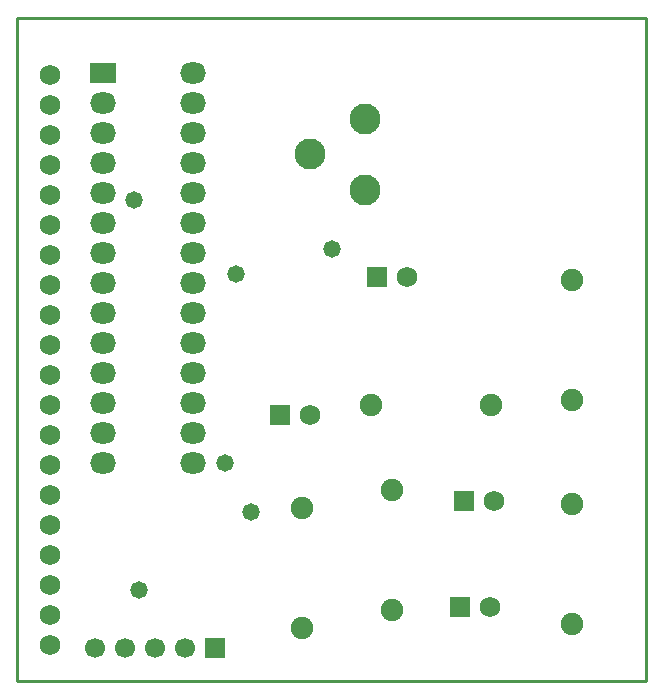
<source format=gbs>
G04 Layer_Color=8150272*
%FSLAX25Y25*%
%MOIN*%
G70*
G01*
G75*
%ADD16C,0.01000*%
%ADD21C,0.06693*%
%ADD36C,0.10300*%
%ADD37O,0.08674X0.07099*%
%ADD38R,0.08674X0.07099*%
%ADD39C,0.07493*%
%ADD40R,0.06800X0.06800*%
%ADD41C,0.06800*%
%ADD42R,0.06693X0.06693*%
%ADD43C,0.05800*%
D16*
X100000Y100000D02*
Y321000D01*
Y100000D02*
X309500D01*
Y321000D01*
X100000D02*
X309500D01*
D21*
X156000Y111000D02*
D03*
X146000D02*
D03*
X136000D02*
D03*
X126000D02*
D03*
D36*
X216000Y263689D02*
D03*
Y287311D02*
D03*
X197496Y275500D02*
D03*
D37*
X158500Y172500D02*
D03*
Y182500D02*
D03*
Y192500D02*
D03*
Y202500D02*
D03*
Y212500D02*
D03*
Y222500D02*
D03*
Y232500D02*
D03*
Y242500D02*
D03*
Y252500D02*
D03*
Y262500D02*
D03*
Y272500D02*
D03*
Y282500D02*
D03*
Y292500D02*
D03*
Y302500D02*
D03*
X128500Y172500D02*
D03*
Y182500D02*
D03*
Y192500D02*
D03*
Y202500D02*
D03*
Y212500D02*
D03*
Y222500D02*
D03*
Y232500D02*
D03*
Y242500D02*
D03*
Y252500D02*
D03*
Y262500D02*
D03*
Y272500D02*
D03*
Y282500D02*
D03*
Y292500D02*
D03*
D38*
Y302500D02*
D03*
D39*
X195000Y117500D02*
D03*
Y157500D02*
D03*
X285000Y193500D02*
D03*
Y233500D02*
D03*
X258000Y192000D02*
D03*
X218000D02*
D03*
X225000Y123500D02*
D03*
Y163500D02*
D03*
X285000Y119000D02*
D03*
Y159000D02*
D03*
D40*
X247500Y124500D02*
D03*
X249000Y160000D02*
D03*
X220000Y234500D02*
D03*
X187500Y188500D02*
D03*
D41*
X257500Y124500D02*
D03*
X259000Y160000D02*
D03*
X111000Y112000D02*
D03*
Y122000D02*
D03*
Y132000D02*
D03*
Y142000D02*
D03*
Y152000D02*
D03*
Y162000D02*
D03*
Y172000D02*
D03*
Y182000D02*
D03*
Y192000D02*
D03*
Y202000D02*
D03*
Y212000D02*
D03*
Y222000D02*
D03*
Y232000D02*
D03*
Y242000D02*
D03*
Y252000D02*
D03*
Y262000D02*
D03*
Y272000D02*
D03*
Y282000D02*
D03*
Y292000D02*
D03*
Y302000D02*
D03*
X230000Y234500D02*
D03*
X197500Y188500D02*
D03*
D42*
X166000Y111000D02*
D03*
D43*
X140500Y130200D02*
D03*
X169300Y172500D02*
D03*
X139000Y260300D02*
D03*
X178000Y156400D02*
D03*
X172800Y235500D02*
D03*
X204900Y243800D02*
D03*
M02*

</source>
